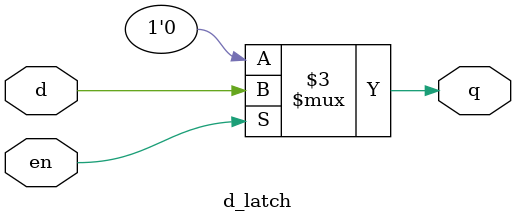
<source format=v>
`timescale 1ns / 1ps
module d_latch(en,d,q);
input en,d;
output reg q;
always@(*) begin
if(en)
q=d;
else
q=1'b0;
end
endmodule

</source>
